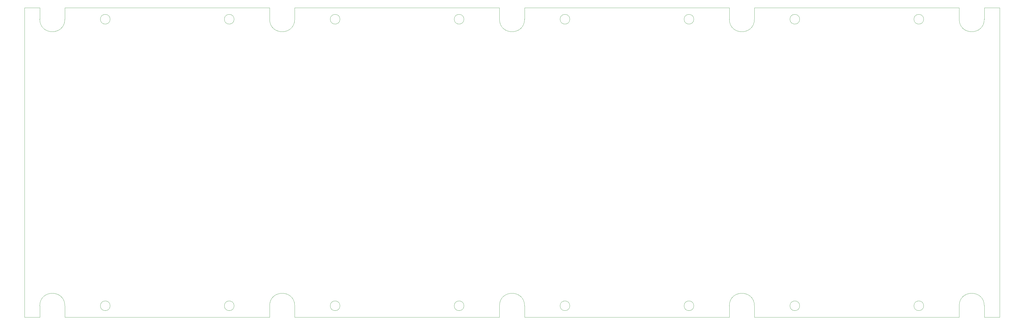
<source format=gm1>
G04 #@! TF.GenerationSoftware,KiCad,Pcbnew,(5.99.0-12439-g94954386e6)*
G04 #@! TF.CreationDate,2021-10-25T23:58:22+03:00*
G04 #@! TF.ProjectId,proteusM73tu,70726f74-6575-4734-9d37-3374752e6b69,a*
G04 #@! TF.SameCoordinates,PX2160ec0PYcfb5d40*
G04 #@! TF.FileFunction,Profile,NP*
%FSLAX46Y46*%
G04 Gerber Fmt 4.6, Leading zero omitted, Abs format (unit mm)*
G04 Created by KiCad (PCBNEW (5.99.0-12439-g94954386e6)) date 2021-10-25 23:58:22*
%MOMM*%
%LPD*%
G01*
G04 APERTURE LIST*
G04 #@! TA.AperFunction,Profile*
%ADD10C,0.050000*%
G04 #@! TD*
G04 APERTURE END LIST*
D10*
X170500000Y4100000D02*
X170500000Y0D01*
X5500000Y107200000D02*
X5500000Y111300000D01*
X344500000Y0D02*
X350000000Y0D01*
X88000000Y4100000D02*
X88000000Y0D01*
X278250000Y4100000D02*
G75*
G03*
X278250000Y4100000I-1750000J0D01*
G01*
X5500000Y0D02*
X0Y0D01*
X88000000Y107200000D02*
X88000000Y111300000D01*
X195750000Y4100000D02*
G75*
G03*
X195750000Y4100000I-1750000J0D01*
G01*
X170500000Y111300000D02*
X97000000Y111300000D01*
X335500000Y111300000D02*
X262000000Y111300000D01*
X262000000Y4100000D02*
X262000000Y0D01*
X97000000Y0D02*
X170500000Y0D01*
X335500000Y4100000D02*
G75*
G02*
X344500000Y4100000I4500000J0D01*
G01*
X253000001Y111300000D02*
X179500000Y111300000D01*
X157750000Y107200000D02*
G75*
G03*
X157750000Y107200000I-1750000J0D01*
G01*
X344500000Y111300000D02*
X349999999Y111300000D01*
X30750000Y4100000D02*
G75*
G03*
X30750000Y4100000I-1750000J0D01*
G01*
X179500000Y107200000D02*
X179500000Y111300000D01*
X97000000Y107200000D02*
X97000000Y111300000D01*
X350000000Y0D02*
X350000000Y111300000D01*
X344500000Y107200000D02*
X344500000Y111300000D01*
X5500000Y111300000D02*
X0Y111300000D01*
X335500000Y4100000D02*
X335500000Y0D01*
X253000000Y4100000D02*
G75*
G02*
X262000000Y4100000I4500000J0D01*
G01*
X75250000Y107200000D02*
G75*
G03*
X75250000Y107200000I-1750000J0D01*
G01*
X14500000Y0D02*
X88000000Y0D01*
X5500000Y4100000D02*
X5500000Y0D01*
X113250000Y4100000D02*
G75*
G03*
X113250000Y4100000I-1750000J0D01*
G01*
X253000000Y107200000D02*
G75*
G03*
X262000000Y107200000I4500000J0D01*
G01*
X170500000Y107200000D02*
G75*
G03*
X179500000Y107200000I4500000J0D01*
G01*
X14500000Y4100000D02*
G75*
G03*
X5500000Y4100000I-4500000J0D01*
G01*
X240250000Y107200000D02*
G75*
G03*
X240250000Y107200000I-1750000J0D01*
G01*
X262000000Y0D02*
X335500000Y0D01*
X335500000Y107200000D02*
X335500000Y111300000D01*
X170500000Y107200000D02*
X170500000Y111300000D01*
X97000000Y4100000D02*
X97000000Y0D01*
X88000000Y111300000D02*
X14500000Y111300000D01*
X262000000Y107200000D02*
X262000000Y111300000D01*
X0Y111300000D02*
X0Y0D01*
X322750000Y4100000D02*
G75*
G03*
X322750000Y4100000I-1750000J0D01*
G01*
X344500000Y4100000D02*
X344500000Y0D01*
X179500000Y4100000D02*
X179500000Y0D01*
X97000000Y107200000D02*
G75*
G02*
X88000000Y107200000I-4500000J0D01*
G01*
X30750000Y107200000D02*
G75*
G03*
X30750000Y107200000I-1750000J0D01*
G01*
X113250000Y107200000D02*
G75*
G03*
X113250000Y107200000I-1750000J0D01*
G01*
X253000000Y4100000D02*
X253000000Y0D01*
X322750000Y107200000D02*
G75*
G03*
X322750000Y107200000I-1750000J0D01*
G01*
X335500000Y107200000D02*
G75*
G03*
X344500000Y107200000I4500000J0D01*
G01*
X14500000Y107200000D02*
G75*
G02*
X5500000Y107200000I-4500000J0D01*
G01*
X195750000Y107200000D02*
G75*
G03*
X195750000Y107200000I-1750000J0D01*
G01*
X179500000Y4100000D02*
G75*
G03*
X170500000Y4100000I-4500000J0D01*
G01*
X253000000Y107200000D02*
X253000001Y111300000D01*
X14500000Y107200000D02*
X14500000Y111300000D01*
X75250000Y4100000D02*
G75*
G03*
X75250000Y4100000I-1750000J0D01*
G01*
X278250000Y107200000D02*
G75*
G03*
X278250000Y107200000I-1750000J0D01*
G01*
X179500000Y0D02*
X253000000Y0D01*
X157750000Y4100000D02*
G75*
G03*
X157750000Y4100000I-1750000J0D01*
G01*
X97000000Y4100000D02*
G75*
G03*
X88000000Y4100000I-4500000J0D01*
G01*
X14500000Y4100000D02*
X14500000Y0D01*
X240250000Y4100000D02*
G75*
G03*
X240250000Y4100000I-1750000J0D01*
G01*
M02*

</source>
